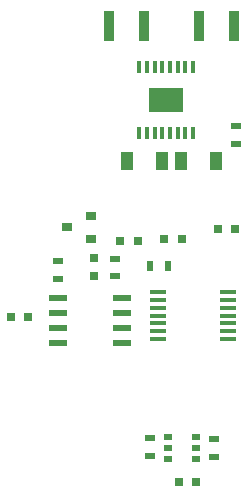
<source format=gbr>
G04 #@! TF.GenerationSoftware,KiCad,Pcbnew,(2018-02-16 revision c95340fba)-makepkg*
G04 #@! TF.CreationDate,2018-04-24T18:33:14+02:00*
G04 #@! TF.ProjectId,lmd,6C6D642E6B696361645F706362000000,rev?*
G04 #@! TF.SameCoordinates,Original*
G04 #@! TF.FileFunction,Paste,Top*
G04 #@! TF.FilePolarity,Positive*
%FSLAX46Y46*%
G04 Gerber Fmt 4.6, Leading zero omitted, Abs format (unit mm)*
G04 Created by KiCad (PCBNEW (2018-02-16 revision c95340fba)-makepkg) date 04/24/18 18:33:14*
%MOMM*%
%LPD*%
G01*
G04 APERTURE LIST*
%ADD10R,0.900000X2.500000*%
%ADD11R,1.550000X0.600000*%
%ADD12R,0.800000X0.750000*%
%ADD13R,0.750000X0.800000*%
%ADD14R,0.900000X0.800000*%
%ADD15R,0.900000X0.500000*%
%ADD16R,3.000000X2.040000*%
%ADD17R,0.450000X1.050000*%
%ADD18R,1.450000X0.450000*%
%ADD19R,0.700000X0.510000*%
%ADD20R,1.000000X1.600000*%
%ADD21R,0.500000X0.900000*%
G04 APERTURE END LIST*
D10*
X116365360Y-94899480D03*
X119265360Y-94899480D03*
D11*
X117406400Y-117881400D03*
X117406400Y-119151400D03*
X117406400Y-120421400D03*
X117406400Y-121691400D03*
X112006400Y-121691400D03*
X112006400Y-120421400D03*
X112006400Y-119151400D03*
X112006400Y-117881400D03*
D12*
X109512800Y-119481600D03*
X108012800Y-119481600D03*
X122517600Y-112928400D03*
X121017600Y-112928400D03*
D13*
X115087400Y-116015200D03*
X115087400Y-114515200D03*
D14*
X112792000Y-111912400D03*
X114792000Y-110962400D03*
X114792000Y-112862400D03*
D15*
X112014000Y-114769200D03*
X112014000Y-116269200D03*
D10*
X123985360Y-94899480D03*
X126885360Y-94899480D03*
D16*
X121180860Y-101122480D03*
D17*
X123455860Y-103897480D03*
X122805860Y-103897480D03*
X122155860Y-103897480D03*
X121505860Y-103897480D03*
X120855860Y-103897480D03*
X120205860Y-103897480D03*
X119555860Y-103897480D03*
X118905860Y-103897480D03*
X118905860Y-98347480D03*
X119555860Y-98347480D03*
X120205860Y-98347480D03*
X120855860Y-98347480D03*
X121505860Y-98347480D03*
X122155860Y-98347480D03*
X122805860Y-98347480D03*
X123455860Y-98347480D03*
D15*
X116840000Y-114566000D03*
X116840000Y-116066000D03*
D18*
X126394000Y-117430000D03*
X126394000Y-118080000D03*
X126394000Y-118730000D03*
X126394000Y-119380000D03*
X126394000Y-120030000D03*
X126394000Y-120680000D03*
X126394000Y-121330000D03*
X120494000Y-121330000D03*
X120494000Y-120680000D03*
X120494000Y-120030000D03*
X120494000Y-119380000D03*
X120494000Y-118730000D03*
X120494000Y-118080000D03*
X120494000Y-117430000D03*
D19*
X123689600Y-129669500D03*
X123689600Y-130619500D03*
X123689600Y-131569500D03*
X121369600Y-131569500D03*
X121369600Y-130619500D03*
X121369600Y-129669500D03*
D12*
X122236800Y-133451600D03*
X123736800Y-133451600D03*
D15*
X119837200Y-129755200D03*
X119837200Y-131255200D03*
X125272800Y-129856800D03*
X125272800Y-131356800D03*
D12*
X125538800Y-112064800D03*
X127038800Y-112064800D03*
X118758400Y-113030000D03*
X117258400Y-113030000D03*
D20*
X117839360Y-106329480D03*
X120839360Y-106329480D03*
X125411360Y-106329480D03*
X122411360Y-106329480D03*
D21*
X121298400Y-115214400D03*
X119798400Y-115214400D03*
D15*
X127101600Y-103339200D03*
X127101600Y-104839200D03*
M02*

</source>
